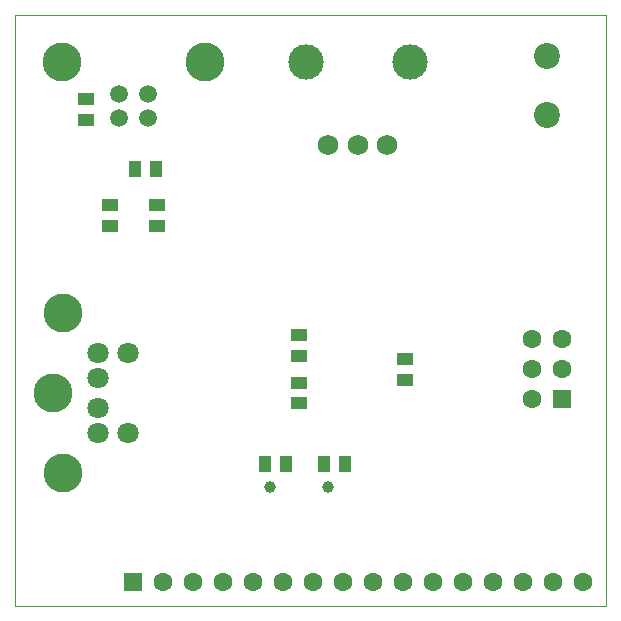
<source format=gbs>
G04 (created by PCBNEW (2013-07-07 BZR 4022)-stable) date 11/10/2013 16:08:40*
%MOIN*%
G04 Gerber Fmt 3.4, Leading zero omitted, Abs format*
%FSLAX34Y34*%
G01*
G70*
G90*
G04 APERTURE LIST*
%ADD10C,0.00590551*%
%ADD11C,0.00393701*%
%ADD12R,0.0433071X0.0551181*%
%ADD13R,0.0551181X0.0433071*%
%ADD14C,0.129921*%
%ADD15C,0.0708661*%
%ADD16C,0.0590551*%
%ADD17R,0.0629921X0.0629921*%
%ADD18C,0.0629921*%
%ADD19C,0.0866142*%
%ADD20C,0.0393701*%
%ADD21C,0.11811*%
%ADD22C,0.0688976*%
G04 APERTURE END LIST*
G54D10*
G54D11*
X35433Y-51181D02*
X35433Y-31496D01*
X55118Y-51181D02*
X35433Y-51181D01*
X55118Y-31496D02*
X55118Y-51181D01*
X35433Y-31496D02*
X55118Y-31496D01*
G54D12*
X44438Y-46456D03*
X43750Y-46456D03*
X45718Y-46456D03*
X46407Y-46456D03*
G54D13*
X44881Y-42864D03*
X44881Y-42175D03*
X44881Y-43750D03*
X44881Y-44438D03*
G54D12*
X39419Y-36614D03*
X40108Y-36614D03*
G54D13*
X38582Y-38533D03*
X38582Y-37844D03*
X40157Y-38533D03*
X40157Y-37844D03*
X37795Y-34990D03*
X37795Y-34301D03*
G54D14*
X37007Y-46751D03*
X37007Y-41437D03*
X36692Y-44094D03*
G54D15*
X38188Y-43582D03*
X38188Y-44606D03*
X38188Y-42755D03*
X38188Y-45433D03*
X39173Y-42755D03*
X39173Y-45433D03*
G54D14*
X41740Y-33070D03*
X37000Y-33070D03*
G54D16*
X39862Y-34137D03*
X38877Y-34137D03*
X39862Y-34925D03*
X38877Y-34925D03*
G54D17*
X39350Y-50393D03*
G54D18*
X41350Y-50393D03*
X40350Y-50393D03*
X42350Y-50393D03*
X43350Y-50393D03*
X44350Y-50393D03*
X45350Y-50393D03*
X46350Y-50393D03*
X47350Y-50393D03*
X48350Y-50393D03*
X49350Y-50393D03*
X50350Y-50393D03*
X51350Y-50393D03*
X52350Y-50393D03*
X53350Y-50393D03*
X54350Y-50393D03*
G54D17*
X53649Y-44307D03*
G54D18*
X52649Y-44307D03*
X53649Y-43307D03*
X52649Y-43307D03*
X53649Y-42307D03*
X52649Y-42307D03*
G54D19*
X53149Y-34842D03*
X53149Y-32874D03*
G54D20*
X43921Y-47244D03*
X45842Y-47244D03*
G54D21*
X48582Y-33070D03*
X45118Y-33070D03*
G54D22*
X45866Y-35826D03*
X46850Y-35826D03*
X47834Y-35826D03*
G54D13*
X48425Y-43651D03*
X48425Y-42962D03*
M02*

</source>
